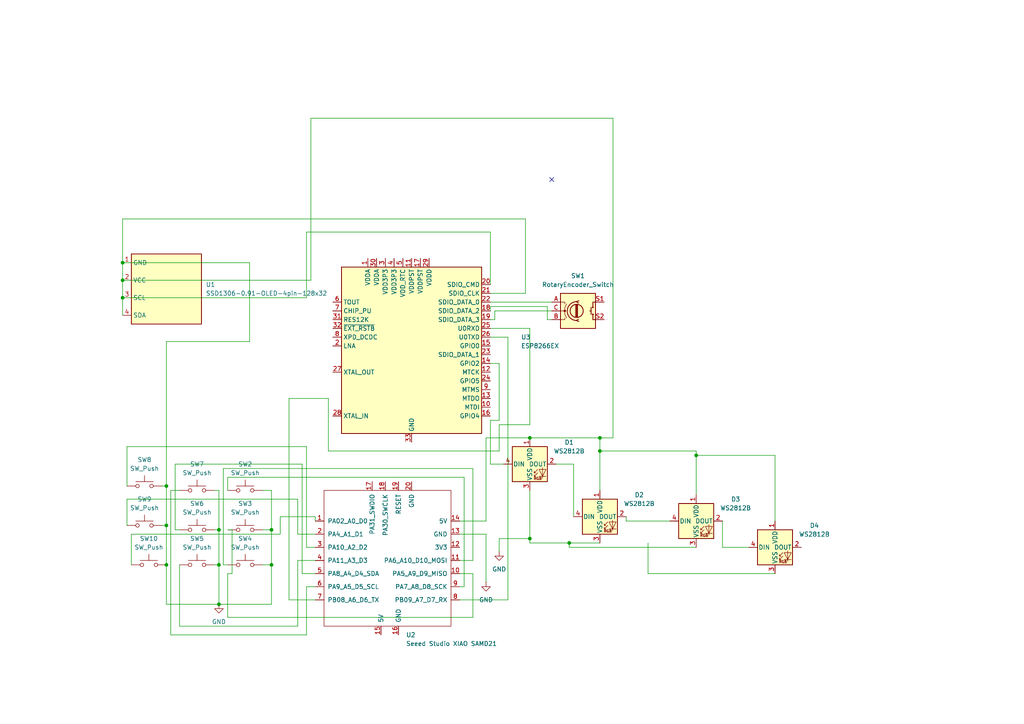
<source format=kicad_sch>
(kicad_sch (version 20231120) (generator "eeschema") (generator_version "8.0")
  (paper "A4")
  (lib_symbols
    (symbol "Device:RotaryEncoder_Switch" (pin_names (offset 0.254) hide)
      (property "Reference" "SW" (at 0 6.604 0))
      (property "Value" "RotaryEncoder_Switch" (at 0 -6.604 0))
      (symbol "RotaryEncoder_Switch_0_1"
        (rectangle (start -5.08 5.08) (end 5.08 -5.08) (stroke (width 0.254)) (fill (type background)))
        (circle (center -3.81 0) (radius 0.254) (fill (type outline)))
        (circle (center -0.381 0) (radius 1.905) (stroke (width 0.254)))
        (arc (start -0.381 2.667) (mid -3.0988 -0.0635) (end -0.381 -2.794) (stroke (width 0.254)))
        (polyline (pts (xy -0.635 -1.778) (xy -0.635 1.778)) (stroke (width 0.254)))
        (polyline (pts (xy -0.381 -1.778) (xy -0.381 1.778)) (stroke (width 0.254)))
        (polyline (pts (xy -0.127 1.778) (xy -0.127 -1.778)) (stroke (width 0.254)))
        (polyline (pts (xy 3.81 0) (xy 3.429 0)) (stroke (width 0.254)))
        (polyline (pts (xy 3.81 1.016) (xy 3.81 -1.016)) (stroke (width 0.254)))
        (polyline (pts (xy -5.08 -2.54) (xy -3.81 -2.54) (xy -3.81 -2.032)))
        (polyline (pts (xy -5.08 2.54) (xy -3.81 2.54) (xy -3.81 2.032)))
        (polyline (pts (xy 0.254 -3.048) (xy -0.508 -2.794) (xy 0.127 -2.413)) (stroke (width 0.254)))
        (polyline (pts (xy 0.254 2.921) (xy -0.508 2.667) (xy 0.127 2.286)) (stroke (width 0.254)))
        (polyline (pts (xy 5.08 -2.54) (xy 4.318 -2.54) (xy 4.318 -1.016)) (stroke (width 0.254)))
        (polyline (pts (xy 5.08 2.54) (xy 4.318 2.54) (xy 4.318 1.016)) (stroke (width 0.254)))
        (polyline (pts (xy -5.08 0) (xy -3.81 0) (xy -3.81 -1.016) (xy -3.302 -2.032)))
        (polyline (pts (xy -4.318 0) (xy -3.81 0) (xy -3.81 1.016) (xy -3.302 2.032)))
        (circle (center 4.318 -1.016) (radius 0.127) (stroke (width 0.254)))
        (circle (center 4.318 1.016) (radius 0.127) (stroke (width 0.254)))
      )
      (symbol "RotaryEncoder_Switch_1_1"
        (pin passive line (at -7.62 2.54 0) (length 2.54) (name "A") (number "A"))
        (pin passive line (at -7.62 -2.54 0) (length 2.54) (name "B") (number "B"))
        (pin passive line (at -7.62 0 0) (length 2.54) (name "C") (number "C"))
        (pin passive line (at 7.62 2.54 180) (length 2.54) (name "S1") (number "S1"))
        (pin passive line (at 7.62 -2.54 180) (length 2.54) (name "S2") (number "S2"))
      )
    )
    (symbol "LED:WS2812B" (pin_names (offset 0.254))
      (property "Reference" "D" (at 5.08 5.715 0))
      (property "Value" "WS2812B" (at 1.27 -5.715 0))
      (symbol "WS2812B_0_0"
        (text "RGB" (at 2.286 -4.191 0) (effects (font (size 0.762 0.762))))
      )
      (symbol "WS2812B_0_1"
        (polyline (pts (xy 1.27 -3.556) (xy 1.778 -3.556)))
        (polyline (pts (xy 1.27 -2.54) (xy 1.778 -2.54)))
        (polyline (pts (xy 4.699 -3.556) (xy 2.667 -3.556)))
        (polyline (pts (xy 2.286 -2.54) (xy 1.27 -3.556) (xy 1.27 -3.048)))
        (polyline (pts (xy 2.286 -1.524) (xy 1.27 -2.54) (xy 1.27 -2.032)))
        (polyline (pts (xy 3.683 -1.016) (xy 3.683 -3.556) (xy 3.683 -4.064)))
        (polyline (pts (xy 4.699 -1.524) (xy 2.667 -1.524) (xy 3.683 -3.556) (xy 4.699 -1.524)))
        (rectangle (start 5.08 5.08) (end -5.08 -5.08) (stroke (width 0.254)) (fill (type background)))
      )
      (symbol "WS2812B_1_1"
        (pin power_in line (at 0 7.62 270) (length 2.54) (name "VDD") (number "1"))
        (pin output line (at 7.62 0 180) (length 2.54) (name "DOUT") (number "2"))
        (pin power_in line (at 0 -7.62 90) (length 2.54) (name "VSS") (number "3"))
        (pin input line (at -7.62 0 0) (length 2.54) (name "DIN") (number "4"))
      )
    )
    (symbol "MCU_Espressif:ESP8266EX"
      (property "Reference" "U" (at 0 2.54 0))
      (property "Value" "ESP8266EX" (at 0 -2.54 0))
      (symbol "ESP8266EX_0_1"
        (rectangle (start -20.32 22.86) (end 20.32 -25.4) (stroke (width 0.254)) (fill (type background)))
      )
      (symbol "ESP8266EX_1_1"
        (pin power_in line (at -12.7 25.4 270) (length 2.54) (name "VDDA") (number "1"))
        (pin bidirectional line (at 22.86 -17.78 180) (length 2.54) (name "MTDI") (number "10"))
        (pin power_in line (at 0 25.4 270) (length 2.54) (name "VDDPST") (number "11"))
        (pin bidirectional line (at 22.86 -7.62 180) (length 2.54) (name "MTCK") (number "12"))
        (pin bidirectional line (at 22.86 -15.24 180) (length 2.54) (name "MTDO") (number "13"))
        (pin bidirectional line (at 22.86 -5.08 180) (length 2.54) (name "GPIO2") (number "14"))
        (pin bidirectional line (at 22.86 0 180) (length 2.54) (name "GPIO0") (number "15"))
        (pin bidirectional line (at 22.86 -20.32 180) (length 2.54) (name "GPIO4") (number "16"))
        (pin power_in line (at 2.54 25.4 270) (length 2.54) (name "VDDPST") (number "17"))
        (pin bidirectional line (at 22.86 10.16 180) (length 2.54) (name "SDIO_DATA_2") (number "18"))
        (pin bidirectional line (at 22.86 7.62 180) (length 2.54) (name "SDIO_DATA_3") (number "19"))
        (pin bidirectional line (at -22.86 0 0) (length 2.54) (name "LNA") (number "2"))
        (pin bidirectional line (at 22.86 17.78 180) (length 2.54) (name "SDIO_CMD") (number "20"))
        (pin bidirectional line (at 22.86 15.24 180) (length 2.54) (name "SDIO_CLK") (number "21"))
        (pin bidirectional line (at 22.86 12.7 180) (length 2.54) (name "SDIO_DATA_0") (number "22"))
        (pin bidirectional line (at 22.86 -2.54 180) (length 2.54) (name "SDIO_DATA_1") (number "23"))
        (pin bidirectional line (at 22.86 -10.16 180) (length 2.54) (name "GPIO5") (number "24"))
        (pin bidirectional line (at 22.86 5.08 180) (length 2.54) (name "U0RXD") (number "25"))
        (pin bidirectional line (at 22.86 2.54 180) (length 2.54) (name "U0TXD") (number "26"))
        (pin bidirectional line (at -22.86 -7.62 0) (length 2.54) (name "XTAL_OUT") (number "27"))
        (pin bidirectional line (at -22.86 -20.32 0) (length 2.54) (name "XTAL_IN") (number "28"))
        (pin power_in line (at 5.08 25.4 270) (length 2.54) (name "VDDD") (number "29"))
        (pin power_in line (at -7.62 25.4 270) (length 2.54) (name "VDD3P3") (number "3"))
        (pin power_in line (at -10.16 25.4 270) (length 2.54) (name "VDDA") (number "30"))
        (pin input line (at -22.86 7.62 0) (length 2.54) (name "RES12K") (number "31"))
        (pin input line (at -22.86 5.08 0) (length 2.54) (name "~{EXT_RSTB}") (number "32"))
        (pin power_in line (at 0 -27.94 90) (length 2.54) (name "GND") (number "33"))
        (pin power_in line (at -5.08 25.4 270) (length 2.54) (name "VDD3P3") (number "4"))
        (pin power_in line (at -2.54 25.4 270) (length 2.54) (name "VDD_RTC") (number "5"))
        (pin input line (at -22.86 12.7 0) (length 2.54) (name "TOUT") (number "6"))
        (pin input line (at -22.86 10.16 0) (length 2.54) (name "CHIP_PU") (number "7"))
        (pin bidirectional line (at -22.86 2.54 0) (length 2.54) (name "XPD_DCDC") (number "8"))
        (pin bidirectional line (at 22.86 -12.7 180) (length 2.54) (name "MTMS") (number "9"))
      )
    )
    (symbol "SSD1306-0.91-OLED-4pin-128x32(1):SSD1306-0.91-OLED-4pin-128x32"
      (property "Reference" "U" (at 0 12.7 0))
      (property "Value" "SSD1306-0.91-OLED-4pin-128x32" (at 0 -12.7 0))
      (symbol "SSD1306-0.91-OLED-4pin-128x32_0_1"
        (rectangle (start -10.16 10.16) (end 10.16 -10.16) (stroke (width 0.254)) (fill (type background)))
      )
      (symbol "SSD1306-0.91-OLED-4pin-128x32_1_1"
        (pin power_in line (at -12.7 7.62 0) (length 2.54) (name "GND") (number "1"))
        (pin power_in line (at -12.7 2.54 0) (length 2.54) (name "VCC") (number "2"))
        (pin input line (at -12.7 -2.54 0) (length 2.54) (name "SCL") (number "3"))
        (pin bidirectional line (at -12.7 -7.62 0) (length 2.54) (name "SDA") (number "4"))
      )
    )
    (symbol "Seeed_Studio_XIAO_Series:Seeed Studio XIAO SAMD21" (pin_names (offset 1.016))
      (property "Reference" "U" (at -19.05 22.86 0))
      (property "Value" "Seeed Studio XIAO SAMD21" (at -12.7 21.59 0))
      (symbol "Seeed Studio XIAO SAMD21_0_1"
        (rectangle (start -19.05 20.32) (end 17.78 -19.05))
      )
      (symbol "Seeed Studio XIAO SAMD21_1_1"
        (pin unspecified line (at -21.59 11.43 0) (length 2.54) (name "PA02_A0_D0") (number "1"))
        (pin unspecified line (at 20.32 -3.81 180) (length 2.54) (name "PA5_A9_D9_MISO") (number "10"))
        (pin unspecified line (at 20.32 0 180) (length 2.54) (name "PA6_A10_D10_MOSI") (number "11"))
        (pin unspecified line (at 20.32 3.81 180) (length 2.54) (name "3V3") (number "12"))
        (pin unspecified line (at 20.32 7.62 180) (length 2.54) (name "GND") (number "13"))
        (pin unspecified line (at 20.32 11.43 180) (length 2.54) (name "5V") (number "14"))
        (pin input line (at -2.54 -21.59 90) (length 2.54) (name "5V") (number "15"))
        (pin input line (at 2.54 -21.59 90) (length 2.54) (name "GND") (number "16"))
        (pin input line (at -5.08 22.86 270) (length 2.54) (name "PA31_SWDIO") (number "17"))
        (pin input line (at -1.27 22.86 270) (length 2.54) (name "PA30_SWCLK") (number "18"))
        (pin input line (at 2.54 22.86 270) (length 2.54) (name "RESET") (number "19"))
        (pin unspecified line (at -21.59 7.62 0) (length 2.54) (name "PA4_A1_D1") (number "2"))
        (pin input line (at 6.35 22.86 270) (length 2.54) (name "GND") (number "20"))
        (pin unspecified line (at -21.59 3.81 0) (length 2.54) (name "PA10_A2_D2") (number "3"))
        (pin unspecified line (at -21.59 0 0) (length 2.54) (name "PA11_A3_D3") (number "4"))
        (pin unspecified line (at -21.59 -3.81 0) (length 2.54) (name "PA8_A4_D4_SDA") (number "5"))
        (pin unspecified line (at -21.59 -7.62 0) (length 2.54) (name "PA9_A5_D5_SCL") (number "6"))
        (pin unspecified line (at -21.59 -11.43 0) (length 2.54) (name "PB08_A6_D6_TX") (number "7"))
        (pin unspecified line (at 20.32 -11.43 180) (length 2.54) (name "PB09_A7_D7_RX") (number "8"))
        (pin unspecified line (at 20.32 -7.62 180) (length 2.54) (name "PA7_A8_D8_SCK") (number "9"))
      )
    )
    (symbol "Switch:SW_Push" (pin_numbers hide) (pin_names (offset 1.016) hide)
      (property "Reference" "SW" (at 1.27 2.54 0))
      (property "Value" "SW_Push" (at 0 -1.524 0))
      (symbol "SW_Push_0_1"
        (circle (center -2.032 0) (radius 0.508))
        (polyline (pts (xy 0 1.27) (xy 0 3.048)))
        (polyline (pts (xy 2.54 1.27) (xy -2.54 1.27)))
        (circle (center 2.032 0) (radius 0.508))
        (pin passive line (at -5.08 0 0) (length 2.54) (name "1") (number "1"))
        (pin passive line (at 5.08 0 180) (length 2.54) (name "2") (number "2"))
      )
    )
    (symbol "power:GND" (power) (pin_numbers hide) (pin_names (offset 0) hide)
      (property "Value" "GND" (at 0 -3.81 0))
      (symbol "GND_0_1"
        (polyline (pts (xy 0 0) (xy 0 -1.27) (xy 1.27 -1.27) (xy 0 -2.54) (xy -1.27 -1.27) (xy 0 -1.27)))
      )
      (symbol "GND_1_1"
        (pin power_in line (at 0 0 270) (length 0) (name "~") (number "1"))
      )
    )
  )
  (junction (at 173.99 127))
  (junction (at 165.1 157.48))
  (junction (at 35.56 76.2))
  (junction (at 63.5 163.83))
  (junction (at 63.5 175.26))
  (junction (at 63.5 153.67))
  (junction (at 48.26 152.4))
  (junction (at 35.56 86.36))
  (junction (at 153.67 127))
  (junction (at 48.26 140.97))
  (junction (at 35.56 81.28))
  (junction (at 153.67 156.21))
  (junction (at 78.74 163.83))
  (junction (at 48.26 163.83))
  (junction (at 78.74 153.67))
  (junction (at 173.99 130.81))
  (junction (at 201.93 132.08))
  (no_connect (at 160.02 52.07))
  (wire (pts (xy 88.9 86.36) (xy 35.56 86.36)))
  (wire (pts (xy 201.93 130.81) (xy 173.99 130.81)))
  (wire (pts (xy 194.31 151.13) (xy 181.61 151.13)))
  (wire (pts (xy 88.9 129.54) (xy 88.9 158.75)))
  (wire (pts (xy 35.56 81.28) (xy 35.56 86.36)))
  (wire (pts (xy 144.78 105.41) (xy 144.78 121.92)))
  (wire (pts (xy 67.31 166.37) (xy 67.31 153.67)))
  (wire (pts (xy 36.83 129.54) (xy 88.9 129.54)))
  (wire (pts (xy 144.78 121.92) (xy 142.24 121.92)))
  (wire (pts (xy 187.96 166.37) (xy 187.96 157.48)))
  (wire (pts (xy 67.31 153.67) (xy 66.04 153.67)))
  (wire (pts (xy 201.93 158.75) (xy 165.1 158.75)))
  (wire (pts (xy 158.75 88.9) (xy 142.24 88.9)))
  (wire (pts (xy 142.24 82.55) (xy 142.24 67.31)))
  (wire (pts (xy 38.1 163.83) (xy 38.1 154.94)))
  (wire (pts (xy 142.24 88.9) (xy 142.24 90.17)))
  (wire (pts (xy 142.24 134.62) (xy 146.05 134.62)))
  (wire (pts (xy 78.74 175.26) (xy 63.5 175.26)))
  (wire (pts (xy 52.07 142.24) (xy 49.53 142.24)))
  (wire (pts (xy 153.67 127) (xy 140.97 127)))
  (wire (pts (xy 144.78 156.21) (xy 153.67 156.21)))
  (wire (pts (xy 83.82 115.57) (xy 95.25 115.57)))
  (wire (pts (xy 133.35 154.94) (xy 140.97 154.94)))
  (wire (pts (xy 224.79 132.08) (xy 201.93 132.08)))
  (wire (pts (xy 76.2 153.67) (xy 78.74 153.67)))
  (wire (pts (xy 78.74 142.24) (xy 78.74 153.67)))
  (wire (pts (xy 142.24 67.31) (xy 88.9 67.31)))
  (wire (pts (xy 72.39 76.2) (xy 35.56 76.2)))
  (wire (pts (xy 133.35 173.99) (xy 147.32 173.99)))
  (wire (pts (xy 217.17 158.75) (xy 209.55 158.75)))
  (wire (pts (xy 147.32 173.99) (xy 147.32 97.79)))
  (wire (pts (xy 95.25 115.57) (xy 95.25 130.81)))
  (wire (pts (xy 76.2 142.24) (xy 78.74 142.24)))
  (wire (pts (xy 177.8 127) (xy 177.8 34.29)))
  (wire (pts (xy 64.77 135.89) (xy 137.16 135.89)))
  (wire (pts (xy 137.16 162.56) (xy 133.35 162.56)))
  (wire (pts (xy 88.9 184.15) (xy 88.9 170.18)))
  (wire (pts (xy 86.36 144.78) (xy 86.36 154.94)))
  (wire (pts (xy 87.63 134.62) (xy 87.63 166.37)))
  (wire (pts (xy 66.04 142.24) (xy 66.04 138.43)))
  (wire (pts (xy 62.23 142.24) (xy 63.5 142.24)))
  (wire (pts (xy 36.83 152.4) (xy 36.83 144.78)))
  (wire (pts (xy 49.53 142.24) (xy 49.53 184.15)))
  (wire (pts (xy 50.8 134.62) (xy 87.63 134.62)))
  (wire (pts (xy 49.53 184.15) (xy 88.9 184.15)))
  (wire (pts (xy 52.07 163.83) (xy 52.07 181.61)))
  (wire (pts (xy 173.99 157.48) (xy 165.1 157.48)))
  (wire (pts (xy 52.07 153.67) (xy 50.8 153.67)))
  (wire (pts (xy 153.67 127) (xy 173.99 127)))
  (wire (pts (xy 144.78 160.02) (xy 144.78 156.21)))
  (wire (pts (xy 224.79 166.37) (xy 187.96 166.37)))
  (wire (pts (xy 62.23 153.67) (xy 63.5 153.67)))
  (wire (pts (xy 81.28 149.86) (xy 91.44 149.86)))
  (wire (pts (xy 35.56 63.5) (xy 35.56 76.2)))
  (wire (pts (xy 143.51 92.71) (xy 142.24 92.71)))
  (wire (pts (xy 209.55 158.75) (xy 209.55 151.13)))
  (wire (pts (xy 95.25 130.81) (xy 144.78 130.81)))
  (wire (pts (xy 62.23 163.83) (xy 63.5 163.83)))
  (wire (pts (xy 137.16 166.37) (xy 133.35 166.37)))
  (wire (pts (xy 140.97 168.91) (xy 140.97 154.94)))
  (wire (pts (xy 64.77 163.83) (xy 64.77 135.89)))
  (wire (pts (xy 78.74 153.67) (xy 78.74 163.83)))
  (wire (pts (xy 86.36 162.56) (xy 91.44 162.56)))
  (wire (pts (xy 173.99 127) (xy 177.8 127)))
  (wire (pts (xy 153.67 123.19) (xy 153.67 95.25)))
  (wire (pts (xy 66.04 138.43) (xy 134.62 138.43)))
  (wire (pts (xy 152.4 85.09) (xy 152.4 63.5)))
  (wire (pts (xy 48.26 140.97) (xy 48.26 152.4)))
  (wire (pts (xy 173.99 130.81) (xy 173.99 127)))
  (wire (pts (xy 90.17 81.28) (xy 35.56 81.28)))
  (wire (pts (xy 48.26 99.06) (xy 72.39 99.06)))
  (wire (pts (xy 140.97 127) (xy 140.97 151.13)))
  (wire (pts (xy 160.02 90.17) (xy 143.51 90.17)))
  (wire (pts (xy 177.8 34.29) (xy 90.17 34.29)))
  (wire (pts (xy 91.44 149.86) (xy 91.44 151.13)))
  (wire (pts (xy 134.62 138.43) (xy 134.62 170.18)))
  (wire (pts (xy 88.9 170.18) (xy 91.44 170.18)))
  (wire (pts (xy 46.99 140.97) (xy 48.26 140.97)))
  (wire (pts (xy 66.04 179.07) (xy 66.04 166.37)))
  (wire (pts (xy 137.16 135.89) (xy 137.16 162.56)))
  (wire (pts (xy 72.39 76.2) (xy 72.39 99.06)))
  (wire (pts (xy 78.74 163.83) (xy 78.74 175.26)))
  (wire (pts (xy 166.37 134.62) (xy 161.29 134.62)))
  (wire (pts (xy 144.78 123.19) (xy 153.67 123.19)))
  (wire (pts (xy 224.79 151.13) (xy 224.79 132.08)))
  (wire (pts (xy 36.83 140.97) (xy 36.83 129.54)))
  (wire (pts (xy 142.24 85.09) (xy 152.4 85.09)))
  (wire (pts (xy 142.24 97.79) (xy 147.32 97.79)))
  (wire (pts (xy 142.24 105.41) (xy 144.78 105.41)))
  (wire (pts (xy 66.04 163.83) (xy 64.77 163.83)))
  (wire (pts (xy 201.93 132.08) (xy 201.93 130.81)))
  (wire (pts (xy 63.5 163.83) (xy 63.5 175.26)))
  (wire (pts (xy 142.24 121.92) (xy 142.24 134.62)))
  (wire (pts (xy 142.24 87.63) (xy 160.02 87.63)))
  (wire (pts (xy 35.56 86.36) (xy 35.56 91.44)))
  (wire (pts (xy 153.67 142.24) (xy 153.67 156.21)))
  (wire (pts (xy 88.9 86.36) (xy 88.9 67.31)))
  (wire (pts (xy 88.9 158.75) (xy 91.44 158.75)))
  (wire (pts (xy 144.78 130.81) (xy 144.78 123.19)))
  (wire (pts (xy 86.36 181.61) (xy 86.36 162.56)))
  (wire (pts (xy 38.1 154.94) (xy 81.28 154.94)))
  (wire (pts (xy 143.51 90.17) (xy 143.51 92.71)))
  (wire (pts (xy 48.26 152.4) (xy 48.26 163.83)))
  (wire (pts (xy 173.99 142.24) (xy 173.99 130.81)))
  (wire (pts (xy 50.8 153.67) (xy 50.8 134.62)))
  (wire (pts (xy 35.56 76.2) (xy 35.56 81.28)))
  (wire (pts (xy 66.04 179.07) (xy 137.16 179.07)))
  (wire (pts (xy 90.17 34.29) (xy 90.17 81.28)))
  (wire (pts (xy 83.82 173.99) (xy 83.82 115.57)))
  (wire (pts (xy 46.99 152.4) (xy 48.26 152.4)))
  (wire (pts (xy 66.04 166.37) (xy 67.31 166.37)))
  (wire (pts (xy 86.36 154.94) (xy 91.44 154.94)))
  (wire (pts (xy 158.75 92.71) (xy 158.75 88.9)))
  (wire (pts (xy 87.63 166.37) (xy 91.44 166.37)))
  (wire (pts (xy 165.1 157.48) (xy 153.67 157.48)))
  (wire (pts (xy 137.16 179.07) (xy 137.16 166.37)))
  (wire (pts (xy 91.44 173.99) (xy 83.82 173.99)))
  (wire (pts (xy 81.28 154.94) (xy 81.28 149.86)))
  (wire (pts (xy 48.26 163.83) (xy 48.26 175.26)))
  (wire (pts (xy 153.67 156.21) (xy 153.67 157.48)))
  (wire (pts (xy 152.4 63.5) (xy 35.56 63.5)))
  (wire (pts (xy 181.61 151.13) (xy 181.61 149.86)))
  (wire (pts (xy 201.93 143.51) (xy 201.93 132.08)))
  (wire (pts (xy 133.35 151.13) (xy 140.97 151.13)))
  (wire (pts (xy 36.83 144.78) (xy 86.36 144.78)))
  (wire (pts (xy 165.1 158.75) (xy 165.1 157.48)))
  (wire (pts (xy 63.5 142.24) (xy 63.5 153.67)))
  (wire (pts (xy 160.02 92.71) (xy 158.75 92.71)))
  (wire (pts (xy 142.24 95.25) (xy 153.67 95.25)))
  (wire (pts (xy 166.37 149.86) (xy 166.37 134.62)))
  (wire (pts (xy 134.62 170.18) (xy 133.35 170.18)))
  (wire (pts (xy 48.26 140.97) (xy 48.26 99.06)))
  (wire (pts (xy 63.5 153.67) (xy 63.5 163.83)))
  (wire (pts (xy 76.2 163.83) (xy 78.74 163.83)))
  (wire (pts (xy 52.07 181.61) (xy 86.36 181.61)))
  (wire (pts (xy 48.26 175.26) (xy 63.5 175.26)))
  (symbol (lib_id "power:GND") (at 144.78 160.02 0) (unit 1)
    (property "Reference" "#PWR03" (effects (hide yes)))
    (property "Value" "GND" (at 144.78 165.1 0))
    (property "Description" "Power symbol creates a global label with name \"GND\" , ground" (effects (hide yes)))
  )
  (symbol (lib_id "Seeed_Studio_XIAO_Series:Seeed Studio XIAO SAMD21") (at 113.03 162.56 0) (unit 1)
    (property "Reference" "U2" (at 117.7641 184.15 0) (effects (justify left)))
    (property "Value" "Seeed Studio XIAO SAMD21" (at 117.7641 186.69 0) (effects (justify left)))
    (property "Footprint" "Seeed Studio XIAO Series Library:XIAO-SAMD21-RP2040-14P-2.54-21X17.8MM (Seeeduino XIAO)" (effects (hide yes)))
  )
  (symbol (lib_id "MCU_Espressif:ESP8266EX") (at 119.38 100.33 0) (unit 1)
    (property "Reference" "U3" (at 151.13 97.79 0) (effects (justify left)))
    (property "Value" "ESP8266EX" (at 151.13 100.33 0) (effects (justify left)))
    (property "Footprint" "Package_DFN_QFN:QFN-32-1EP_5x5mm_P0.5mm_EP3.45x3.45mm" (effects (hide yes)))
    (property "Datasheet" "http://espressif.com/sites/default/files/documentation/0a-esp8266ex_datasheet_en.pdf" (effects (hide yes)))
    (property "Description" "Highly integrated Wi-Fi SoC, QFN-32" (effects (hide yes)))
  )
  (symbol (lib_id "Switch:SW_Push") (at 71.12 163.83 0) (unit 1)
    (property "Reference" "SW4" (at 71.12 156.21 0))
    (property "Value" "SW_Push" (at 71.12 158.75 0))
    (property "Footprint" "Button_Switch_Keyboard:SW_Cherry_MX_1.00u_PCB" (effects (hide yes)))
    (property "Description" "Push button switch, generic, two pins" (effects (hide yes)))
  )
  (symbol (lib_id "Device:RotaryEncoder_Switch") (at 167.64 90.17 0) (unit 1)
    (property "Reference" "SW1" (at 167.64 80.01 0))
    (property "Value" "RotaryEncoder_Switch" (at 167.64 82.55 0))
    (property "Footprint" "Rotary_Encoder:RotaryEncoder_Alps_EC11E-Switch_Vertical_H20mm" (effects (hide yes)))
    (property "Description" "Rotary encoder, dual channel, incremental quadrate outputs, with switch" (effects (hide yes)))
  )
  (symbol (lib_id "Switch:SW_Push") (at 57.15 163.83 0) (unit 1)
    (property "Reference" "SW5" (at 57.15 156.21 0))
    (property "Value" "SW_Push" (at 57.15 158.75 0))
    (property "Footprint" "Button_Switch_Keyboard:SW_Cherry_MX_1.00u_PCB" (effects (hide yes)))
    (property "Description" "Push button switch, generic, two pins" (effects (hide yes)))
  )
  (symbol (lib_id "Switch:SW_Push") (at 57.15 153.67 0) (unit 1)
    (property "Reference" "SW6" (at 57.15 146.05 0))
    (property "Value" "SW_Push" (at 57.15 148.59 0))
    (property "Footprint" "Button_Switch_Keyboard:SW_Cherry_MX_1.00u_PCB" (effects (hide yes)))
    (property "Description" "Push button switch, generic, two pins" (effects (hide yes)))
  )
  (symbol (lib_id "Switch:SW_Push") (at 41.91 140.97 0) (unit 1)
    (property "Reference" "SW8" (at 41.91 133.35 0))
    (property "Value" "SW_Push" (at 41.91 135.89 0))
    (property "Footprint" "Button_Switch_Keyboard:SW_Cherry_MX_1.00u_PCB" (effects (hide yes)))
    (property "Description" "Push button switch, generic, two pins" (effects (hide yes)))
  )
  (symbol (lib_id "LED:WS2812B") (at 201.93 151.13 0) (unit 1)
    (property "Reference" "D3" (at 213.36 144.8114 0))
    (property "Value" "WS2812B" (at 213.36 147.3514 0))
    (property "Footprint" "LED_SMD:LED_WS2812B_PLCC4_5.0x5.0mm_P3.2mm" (effects (hide yes)))
    (property "Datasheet" "https://cdn-shop.adafruit.com/datasheets/WS2812B.pdf" (effects (hide yes)))
    (property "Description" "RGB LED with integrated controller" (effects (hide yes)))
  )
  (symbol (lib_id "power:GND") (at 140.97 168.91 0) (unit 1)
    (property "Reference" "#PWR04" (effects (hide yes)))
    (property "Value" "GND" (at 140.97 173.99 0))
    (property "Description" "Power symbol creates a global label with name \"GND\" , ground" (effects (hide yes)))
  )
  (symbol (lib_id "SSD1306-0.91-OLED-4pin-128x32(1):SSD1306-0.91-OLED-4pin-128x32") (at 48.26 83.82 0) (unit 1)
    (property "Reference" "U1" (at 59.69 82.5499 0) (effects (justify left)))
    (property "Value" "SSD1306-0.91-OLED-4pin-128x32" (at 59.69 85.0899 0) (effects (justify left)))
    (property "Footprint" "OLED-4pin-128x32:SSD1306-0.91-OLED-4pin-128x32" (effects (hide yes)))
  )
  (symbol (lib_id "LED:WS2812B") (at 224.79 158.75 0) (unit 1)
    (property "Reference" "D4" (at 236.22 152.4314 0))
    (property "Value" "WS2812B" (at 236.22 154.9714 0))
    (property "Footprint" "LED_SMD:LED_WS2812B_PLCC4_5.0x5.0mm_P3.2mm" (effects (hide yes)))
    (property "Datasheet" "https://cdn-shop.adafruit.com/datasheets/WS2812B.pdf" (effects (hide yes)))
    (property "Description" "RGB LED with integrated controller" (effects (hide yes)))
  )
  (symbol (lib_id "LED:WS2812B") (at 153.67 134.62 0) (unit 1)
    (property "Reference" "D1" (at 165.1 128.3014 0))
    (property "Value" "WS2812B" (at 165.1 130.8414 0))
    (property "Footprint" "LED_SMD:LED_WS2812B_PLCC4_5.0x5.0mm_P3.2mm" (effects (hide yes)))
    (property "Datasheet" "https://cdn-shop.adafruit.com/datasheets/WS2812B.pdf" (effects (hide yes)))
    (property "Description" "RGB LED with integrated controller" (effects (hide yes)))
  )
  (symbol (lib_id "power:GND") (at 63.5 175.26 0) (unit 1)
    (property "Reference" "#PWR02" (effects (hide yes)))
    (property "Value" "GND" (at 63.5 180.34 0))
    (property "Description" "Power symbol creates a global label with name \"GND\" , ground" (effects (hide yes)))
  )
  (symbol (lib_id "Switch:SW_Push") (at 57.15 142.24 0) (unit 1)
    (property "Reference" "SW7" (at 57.15 134.62 0))
    (property "Value" "SW_Push" (at 57.15 137.16 0))
    (property "Footprint" "Button_Switch_Keyboard:SW_Cherry_MX_1.00u_PCB" (effects (hide yes)))
    (property "Description" "Push button switch, generic, two pins" (effects (hide yes)))
  )
  (symbol (lib_id "Switch:SW_Push") (at 41.91 152.4 0) (unit 1)
    (property "Reference" "SW9" (at 41.91 144.78 0))
    (property "Value" "SW_Push" (at 41.91 147.32 0))
    (property "Footprint" "Button_Switch_Keyboard:SW_Cherry_MX_1.00u_PCB" (effects (hide yes)))
    (property "Description" "Push button switch, generic, two pins" (effects (hide yes)))
  )
  (symbol (lib_id "LED:WS2812B") (at 173.99 149.86 0) (unit 1)
    (property "Reference" "D2" (at 185.42 143.5414 0))
    (property "Value" "WS2812B" (at 185.42 146.0814 0))
    (property "Footprint" "LED_SMD:LED_WS2812B_PLCC4_5.0x5.0mm_P3.2mm" (effects (hide yes)))
    (property "Datasheet" "https://cdn-shop.adafruit.com/datasheets/WS2812B.pdf" (effects (hide yes)))
    (property "Description" "RGB LED with integrated controller" (effects (hide yes)))
  )
  (symbol (lib_id "Switch:SW_Push") (at 43.18 163.83 0) (unit 1)
    (property "Reference" "SW10" (at 43.18 156.21 0))
    (property "Value" "SW_Push" (at 43.18 158.75 0))
    (property "Footprint" "Button_Switch_Keyboard:SW_Cherry_MX_1.00u_PCB" (effects (hide yes)))
    (property "Description" "Push button switch, generic, two pins" (effects (hide yes)))
  )
  (symbol (lib_id "Switch:SW_Push") (at 71.12 153.67 0) (unit 1)
    (property "Reference" "SW3" (at 71.12 146.05 0))
    (property "Value" "SW_Push" (at 71.12 148.59 0))
    (property "Footprint" "Button_Switch_Keyboard:SW_Cherry_MX_1.00u_PCB" (effects (hide yes)))
    (property "Description" "Push button switch, generic, two pins" (effects (hide yes)))
  )
  (symbol (lib_id "Switch:SW_Push") (at 71.12 142.24 0) (unit 1)
    (property "Reference" "SW2" (at 71.12 134.62 0))
    (property "Value" "SW_Push" (at 71.12 137.16 0))
    (property "Footprint" "Button_Switch_Keyboard:SW_Cherry_MX_1.00u_PCB" (effects (hide yes)))
    (property "Description" "Push button switch, generic, two pins" (effects (hide yes)))
  )
)
</source>
